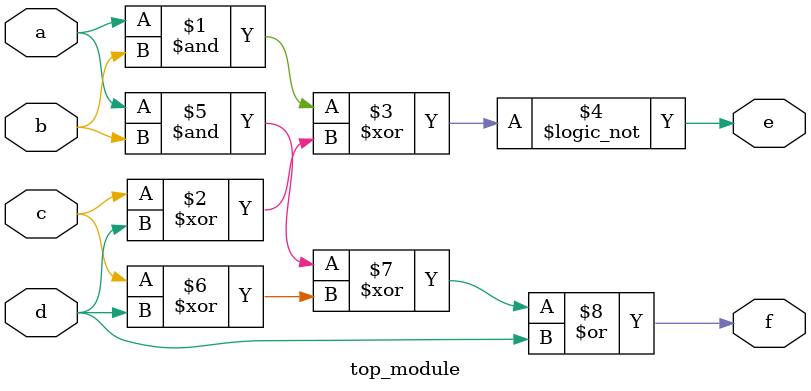
<source format=v>
`timescale 1ns/1ns

module top_module (
	input a,
	input b,
	input c,
	input d,
	output e,
	output f );
assign e=!((a&b)^(c^d));
assign f=((a&b)^(c^d))|d;

endmodule

</source>
